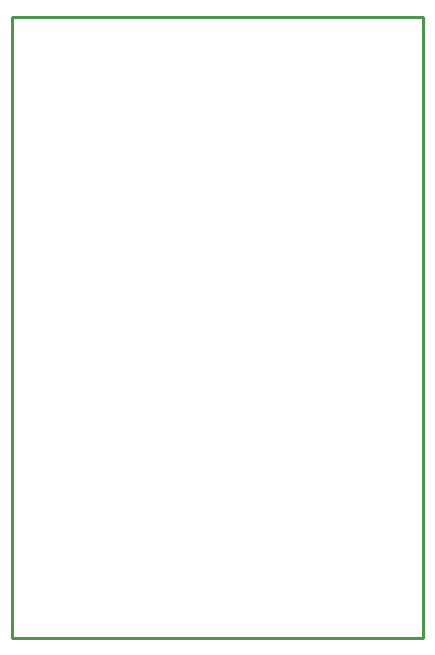
<source format=gko>
G04 Layer: BoardOutline*
G04 EasyEDA v6.2.46, 2019-11-12T08:41:23+00:00*
G04 a54ae0302d0d4d44958841ca790c1891,6515191c65484b44ad2e16bf32a5f50e,10*
G04 Gerber Generator version 0.2*
G04 Scale: 100 percent, Rotated: No, Reflected: No *
G04 Dimensions in millimeters *
G04 leading zeros omitted , absolute positions ,3 integer and 3 decimal *
%FSLAX33Y33*%
%MOMM*%
G90*
G71D02*

%ADD10C,0.254000*%
G54D10*
G01X0Y52578D02*
G01X34798Y52578D01*
G01X34798Y19375D01*
G01X34798Y0D01*
G01X0Y0D01*
G01X0Y52578D01*

%LPD*%
M00*
M02*

</source>
